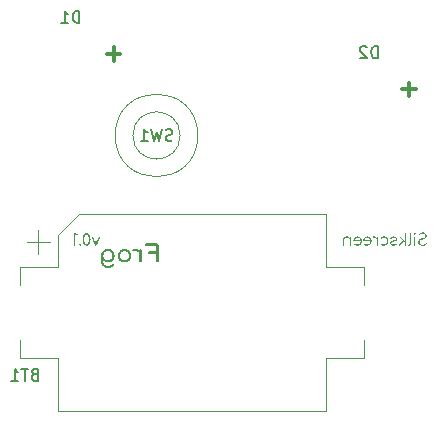
<source format=gbr>
%TF.GenerationSoftware,KiCad,Pcbnew,8.0.8*%
%TF.CreationDate,2025-02-14T08:27:58+01:00*%
%TF.ProjectId,Frog,46726f67-2e6b-4696-9361-645f70636258,rev?*%
%TF.SameCoordinates,Original*%
%TF.FileFunction,Legend,Bot*%
%TF.FilePolarity,Positive*%
%FSLAX46Y46*%
G04 Gerber Fmt 4.6, Leading zero omitted, Abs format (unit mm)*
G04 Created by KiCad (PCBNEW 8.0.8) date 2025-02-14 08:27:58*
%MOMM*%
%LPD*%
G01*
G04 APERTURE LIST*
%ADD10C,0.100000*%
%ADD11C,0.250000*%
%ADD12C,0.300000*%
%ADD13C,0.150000*%
%ADD14C,0.120000*%
G04 APERTURE END LIST*
D10*
G36*
X134523970Y-86345631D02*
G01*
X134573348Y-86343583D01*
X134625765Y-86336504D01*
X134675605Y-86324368D01*
X134690055Y-86319741D01*
X134735703Y-86301285D01*
X134781342Y-86276079D01*
X134822191Y-86245736D01*
X134857527Y-86211063D01*
X134888965Y-86169224D01*
X134907676Y-86135094D01*
X134908408Y-86093817D01*
X134872505Y-86067683D01*
X134834159Y-86072079D01*
X134805338Y-86101388D01*
X134777506Y-86142123D01*
X134743789Y-86174173D01*
X134702397Y-86201178D01*
X134654244Y-86221743D01*
X134647313Y-86223998D01*
X134596055Y-86235852D01*
X134544691Y-86240916D01*
X134523970Y-86241339D01*
X134474915Y-86238396D01*
X134425942Y-86228469D01*
X134392323Y-86216427D01*
X134346823Y-86190327D01*
X134310765Y-86155625D01*
X134302198Y-86144131D01*
X134279658Y-86098483D01*
X134270030Y-86048980D01*
X134269225Y-86028115D01*
X134275379Y-85976414D01*
X134293840Y-85929388D01*
X134324609Y-85887036D01*
X134332240Y-85879127D01*
X134373327Y-85847550D01*
X134419321Y-85825514D01*
X134466878Y-85810892D01*
X134521262Y-85800617D01*
X134529588Y-85799504D01*
X134579055Y-85791707D01*
X134633804Y-85778289D01*
X134683521Y-85760440D01*
X134728206Y-85738160D01*
X134773979Y-85706568D01*
X134785799Y-85696434D01*
X134821772Y-85658291D01*
X134848910Y-85616525D01*
X134867213Y-85571136D01*
X134876680Y-85522124D01*
X134878122Y-85492491D01*
X134873686Y-85440646D01*
X134860377Y-85393191D01*
X134835488Y-85346059D01*
X134832693Y-85342037D01*
X134800937Y-85304905D01*
X134762454Y-85273497D01*
X134717245Y-85247813D01*
X134707397Y-85243363D01*
X134660597Y-85226480D01*
X134610050Y-85215122D01*
X134555754Y-85209289D01*
X134523970Y-85208436D01*
X134472721Y-85211351D01*
X134420566Y-85221180D01*
X134384019Y-85233105D01*
X134339025Y-85253770D01*
X134295398Y-85281041D01*
X134274110Y-85297829D01*
X134236443Y-85334160D01*
X134205508Y-85373483D01*
X134197906Y-85385268D01*
X134188625Y-85428743D01*
X134213293Y-85460983D01*
X134256036Y-85463914D01*
X134288764Y-85437048D01*
X134319123Y-85398179D01*
X134341277Y-85376231D01*
X134380973Y-85347672D01*
X134417725Y-85330802D01*
X134467001Y-85318162D01*
X134517630Y-85314015D01*
X134525436Y-85313949D01*
X134578039Y-85316926D01*
X134630723Y-85327391D01*
X134676528Y-85345391D01*
X134703244Y-85361577D01*
X134738664Y-85395437D01*
X134762475Y-85442490D01*
X134770346Y-85494182D01*
X134770411Y-85499818D01*
X134763311Y-85548995D01*
X134745254Y-85588722D01*
X134711854Y-85626214D01*
X134669105Y-85654410D01*
X134661967Y-85658087D01*
X134612772Y-85677791D01*
X134563222Y-85691010D01*
X134511979Y-85700418D01*
X134505896Y-85701318D01*
X134453383Y-85710734D01*
X134405294Y-85722952D01*
X134353428Y-85741313D01*
X134307933Y-85763710D01*
X134262908Y-85794940D01*
X134246266Y-85810006D01*
X134213242Y-85848745D01*
X134188330Y-85892299D01*
X134171528Y-85940668D01*
X134162838Y-85993853D01*
X134161514Y-86026406D01*
X134164746Y-86077001D01*
X134175646Y-86127720D01*
X134188869Y-86162693D01*
X134214645Y-86207970D01*
X134247919Y-86246959D01*
X134265806Y-86262833D01*
X134308912Y-86292432D01*
X134353711Y-86314174D01*
X134382065Y-86324382D01*
X134433161Y-86337331D01*
X134482233Y-86343950D01*
X134523970Y-86345631D01*
G37*
G36*
X133870865Y-86330000D02*
G01*
X133910676Y-86315101D01*
X133925331Y-86274312D01*
X133925331Y-85604110D01*
X133910676Y-85563565D01*
X133870865Y-85548422D01*
X133832274Y-85563565D01*
X133817620Y-85604110D01*
X133817620Y-86274312D01*
X133832274Y-86315101D01*
X133870865Y-86330000D01*
G37*
G36*
X133872330Y-85407739D02*
G01*
X133919828Y-85390535D01*
X133925575Y-85385268D01*
X133947259Y-85339982D01*
X133947801Y-85330069D01*
X133932645Y-85282355D01*
X133924842Y-85274138D01*
X133878440Y-85253942D01*
X133870865Y-85253621D01*
X133824249Y-85269329D01*
X133818353Y-85274138D01*
X133795716Y-85319366D01*
X133795150Y-85330069D01*
X133811146Y-85377931D01*
X133817620Y-85385268D01*
X133862494Y-85407190D01*
X133872330Y-85407739D01*
G37*
G36*
X133378227Y-86330000D02*
G01*
X133428087Y-86323130D01*
X133472795Y-86302522D01*
X133478367Y-86298736D01*
X133515343Y-86264114D01*
X133542204Y-86222213D01*
X133546999Y-86212030D01*
X133562813Y-86164161D01*
X133570254Y-86114965D01*
X133571423Y-86084047D01*
X133571423Y-85274138D01*
X133556769Y-85235059D01*
X133518178Y-85220160D01*
X133479832Y-85235059D01*
X133464933Y-85274138D01*
X133464933Y-86084535D01*
X133460258Y-86133783D01*
X133442012Y-86181767D01*
X133440509Y-86184187D01*
X133402667Y-86218002D01*
X133378227Y-86222533D01*
X133343056Y-86222533D01*
X133309595Y-86237431D01*
X133296894Y-86276266D01*
X133314480Y-86315101D01*
X133359909Y-86330000D01*
X133378227Y-86330000D01*
G37*
G36*
X133060467Y-86075254D02*
G01*
X133126168Y-86003935D01*
X132647452Y-85564054D01*
X132612526Y-85548422D01*
X132578820Y-85565519D01*
X132564166Y-85601912D01*
X132581751Y-85635617D01*
X133060467Y-86075254D01*
G37*
G36*
X133095394Y-86330000D02*
G01*
X133133984Y-86315101D01*
X133148639Y-86276022D01*
X133148639Y-85274138D01*
X133133984Y-85235059D01*
X133095394Y-85220160D01*
X133057048Y-85235059D01*
X133042149Y-85274138D01*
X133042149Y-86276022D01*
X133057048Y-86315101D01*
X133095394Y-86330000D01*
G37*
G36*
X132577355Y-86324870D02*
G01*
X132615212Y-86338060D01*
X132648918Y-86318032D01*
X132961060Y-85934326D01*
X132885589Y-85867404D01*
X132570516Y-86255017D01*
X132557815Y-86290676D01*
X132577355Y-86324870D01*
G37*
G36*
X132081053Y-86330000D02*
G01*
X132132530Y-86327257D01*
X132183769Y-86319028D01*
X132234769Y-86305313D01*
X132244940Y-86301912D01*
X132292639Y-86281461D01*
X132334375Y-86255525D01*
X132373397Y-86220658D01*
X132376587Y-86217159D01*
X132389288Y-86179302D01*
X132368039Y-86142909D01*
X132327494Y-86131919D01*
X132292568Y-86149993D01*
X132256246Y-86182658D01*
X132210479Y-86207380D01*
X132203663Y-86210076D01*
X132156681Y-86223676D01*
X132105829Y-86230343D01*
X132081053Y-86231081D01*
X132027342Y-86228260D01*
X131978312Y-86218510D01*
X131931332Y-86195422D01*
X131897877Y-86158596D01*
X131883705Y-86109204D01*
X131897147Y-86060449D01*
X131931332Y-86025673D01*
X131975708Y-86003038D01*
X132025912Y-85987377D01*
X132074730Y-85976944D01*
X132088136Y-85974626D01*
X132138514Y-85965023D01*
X132190582Y-85950847D01*
X132241243Y-85930723D01*
X132286960Y-85903085D01*
X132295498Y-85896224D01*
X132330146Y-85859063D01*
X132353436Y-85813447D01*
X132361200Y-85762868D01*
X132355876Y-85712561D01*
X132338093Y-85665659D01*
X132323342Y-85643677D01*
X132288431Y-85608930D01*
X132245216Y-85582084D01*
X132222470Y-85572358D01*
X132173457Y-85557772D01*
X132120941Y-85549918D01*
X132083984Y-85548422D01*
X132033276Y-85550992D01*
X131981737Y-85559874D01*
X131935254Y-85575101D01*
X131922295Y-85580907D01*
X131878674Y-85605895D01*
X131838065Y-85639211D01*
X131812386Y-85668346D01*
X131801151Y-85706203D01*
X131823621Y-85738443D01*
X131861967Y-85744794D01*
X131899092Y-85724277D01*
X131936889Y-85689167D01*
X131980425Y-85664926D01*
X132030068Y-85650638D01*
X132079215Y-85645950D01*
X132086671Y-85645875D01*
X132135957Y-85649598D01*
X132184902Y-85663598D01*
X132210013Y-85677383D01*
X132244635Y-85712920D01*
X132256175Y-85756517D01*
X132243830Y-85805010D01*
X132238834Y-85812693D01*
X132200559Y-85844199D01*
X132178506Y-85854947D01*
X132130922Y-85870657D01*
X132082035Y-85881448D01*
X132058827Y-85885478D01*
X132009078Y-85894911D01*
X131959715Y-85907933D01*
X131913071Y-85925393D01*
X131892986Y-85935303D01*
X131849179Y-85963948D01*
X131814985Y-85998943D01*
X131806036Y-86012484D01*
X131786618Y-86058585D01*
X131780146Y-86108471D01*
X131786515Y-86159392D01*
X131805622Y-86204991D01*
X131818736Y-86224242D01*
X131854770Y-86260980D01*
X131896690Y-86288595D01*
X131924982Y-86301912D01*
X131974058Y-86317903D01*
X132022831Y-86326681D01*
X132075562Y-86329972D01*
X132081053Y-86330000D01*
G37*
G36*
X131252826Y-86330000D02*
G01*
X131306513Y-86326809D01*
X131357178Y-86317238D01*
X131404821Y-86301286D01*
X131449441Y-86278953D01*
X131490169Y-86250987D01*
X131530586Y-86213978D01*
X131561712Y-86176151D01*
X131585240Y-86139246D01*
X131606932Y-86093633D01*
X131622426Y-86045212D01*
X131631723Y-85993982D01*
X131634822Y-85939944D01*
X131631860Y-85885264D01*
X131622976Y-85833576D01*
X131608169Y-85784880D01*
X131587438Y-85739176D01*
X131561442Y-85697304D01*
X131526977Y-85655781D01*
X131486987Y-85620170D01*
X131457257Y-85599713D01*
X131408712Y-85574919D01*
X131362253Y-85559692D01*
X131312679Y-85550877D01*
X131266748Y-85548422D01*
X131214631Y-85551738D01*
X131165139Y-85561684D01*
X131118270Y-85578261D01*
X131109211Y-85582372D01*
X131065872Y-85606858D01*
X131025920Y-85637880D01*
X130989355Y-85675437D01*
X130982449Y-85683733D01*
X130971458Y-85719637D01*
X130995150Y-85752365D01*
X131029588Y-85760181D01*
X131062316Y-85739665D01*
X131099815Y-85703691D01*
X131141357Y-85676553D01*
X131186942Y-85658250D01*
X131236572Y-85648783D01*
X131266748Y-85647341D01*
X131318427Y-85651814D01*
X131365661Y-85665234D01*
X131404745Y-85685198D01*
X131445549Y-85717393D01*
X131478934Y-85757555D01*
X131497069Y-85788757D01*
X131515702Y-85836265D01*
X131526601Y-85888448D01*
X131529797Y-85939944D01*
X131526386Y-85990691D01*
X131514755Y-86042436D01*
X131494870Y-86089909D01*
X131467539Y-86131788D01*
X131433570Y-86167088D01*
X131396929Y-86193468D01*
X131351471Y-86214882D01*
X131301741Y-86227408D01*
X131252826Y-86231081D01*
X131203574Y-86227861D01*
X131155535Y-86217328D01*
X131152686Y-86216427D01*
X131107191Y-86196307D01*
X131072086Y-86170997D01*
X131037159Y-86155610D01*
X131003454Y-86166845D01*
X130984647Y-86201772D01*
X130997836Y-86235233D01*
X131037982Y-86267439D01*
X131081665Y-86292981D01*
X131128886Y-86311861D01*
X131179644Y-86324077D01*
X131233941Y-86329629D01*
X131252826Y-86330000D01*
G37*
G36*
X130715247Y-85845666D02*
G01*
X130709027Y-85794132D01*
X130695555Y-85746080D01*
X130674833Y-85701510D01*
X130669818Y-85693014D01*
X130638328Y-85650075D01*
X130600951Y-85613946D01*
X130561863Y-85587013D01*
X130514429Y-85565042D01*
X130463474Y-85552191D01*
X130414096Y-85548422D01*
X130363499Y-85551929D01*
X130314933Y-85566741D01*
X130286481Y-85607633D01*
X130288066Y-85620230D01*
X130307117Y-85648562D01*
X130339357Y-85654180D01*
X130381856Y-85652714D01*
X130433708Y-85651337D01*
X130485600Y-85657800D01*
X130521318Y-85668101D01*
X130566580Y-85690228D01*
X130606037Y-85722713D01*
X130617794Y-85736489D01*
X130642171Y-85779866D01*
X130652897Y-85830069D01*
X130653454Y-85845666D01*
X130715247Y-85845666D01*
G37*
G36*
X130706699Y-86330000D02*
G01*
X130746022Y-86315833D01*
X130759944Y-86275778D01*
X130759944Y-85602644D01*
X130746022Y-85562833D01*
X130706699Y-85548422D01*
X130667620Y-85562833D01*
X130653454Y-85602644D01*
X130653454Y-86275778D01*
X130667620Y-86315833D01*
X130706699Y-86330000D01*
G37*
G36*
X129827669Y-86330000D02*
G01*
X129882715Y-86326885D01*
X129934525Y-86317543D01*
X129983099Y-86301973D01*
X130028436Y-86280174D01*
X130069805Y-86252849D01*
X130110725Y-86216343D01*
X130142102Y-86178768D01*
X130165701Y-86141933D01*
X130187393Y-86096152D01*
X130202887Y-86047227D01*
X130212183Y-85995158D01*
X130215282Y-85939944D01*
X130213038Y-85890923D01*
X130204978Y-85838106D01*
X130191056Y-85788708D01*
X130171273Y-85742729D01*
X130168387Y-85737222D01*
X130139189Y-85690837D01*
X130104348Y-85650325D01*
X130063866Y-85615686D01*
X130038939Y-85598981D01*
X129990512Y-85574541D01*
X129938106Y-85558100D01*
X129888181Y-85550200D01*
X129848674Y-85548422D01*
X129797138Y-85551414D01*
X129749023Y-85560390D01*
X129698979Y-85577641D01*
X129663049Y-85596294D01*
X129621376Y-85626139D01*
X129585383Y-85661819D01*
X129555070Y-85703333D01*
X129540683Y-85728918D01*
X129519668Y-85778446D01*
X129506761Y-85825585D01*
X129499289Y-85875654D01*
X129497208Y-85921870D01*
X129511130Y-85957285D01*
X129547522Y-85970474D01*
X130142498Y-85970474D01*
X130142498Y-85880104D01*
X129536287Y-85880104D01*
X129596615Y-85923824D01*
X129599417Y-85870877D01*
X129609838Y-85821856D01*
X129625924Y-85780697D01*
X129652680Y-85737134D01*
X129686786Y-85701334D01*
X129713607Y-85681779D01*
X129759162Y-85659900D01*
X129810831Y-85648119D01*
X129848674Y-85645875D01*
X129901135Y-85650349D01*
X129949035Y-85663769D01*
X129988625Y-85683733D01*
X130029875Y-85716145D01*
X130063500Y-85756594D01*
X130081681Y-85788025D01*
X130100454Y-85835949D01*
X130111434Y-85888376D01*
X130114654Y-85939944D01*
X130111029Y-85991440D01*
X130100152Y-86039072D01*
X130079813Y-86087004D01*
X130077529Y-86091130D01*
X130048802Y-86133010D01*
X130013668Y-86168309D01*
X129976168Y-86194689D01*
X129929529Y-86216243D01*
X129878273Y-86228850D01*
X129827669Y-86232547D01*
X129776988Y-86228089D01*
X129729254Y-86215814D01*
X129726064Y-86214717D01*
X129680085Y-86194567D01*
X129644242Y-86169776D01*
X129609316Y-86156831D01*
X129575610Y-86168066D01*
X129556803Y-86204703D01*
X129572679Y-86238408D01*
X129614496Y-86268340D01*
X129660394Y-86292033D01*
X129690404Y-86304110D01*
X129738801Y-86318850D01*
X129790149Y-86327952D01*
X129827669Y-86330000D01*
G37*
G36*
X128996266Y-86330000D02*
G01*
X129051312Y-86326885D01*
X129103122Y-86317543D01*
X129151696Y-86301973D01*
X129197034Y-86280174D01*
X129238402Y-86252849D01*
X129279322Y-86216343D01*
X129310700Y-86178768D01*
X129334298Y-86141933D01*
X129355990Y-86096152D01*
X129371484Y-86047227D01*
X129380781Y-85995158D01*
X129383879Y-85939944D01*
X129381635Y-85890923D01*
X129373575Y-85838106D01*
X129359654Y-85788708D01*
X129339870Y-85742729D01*
X129336985Y-85737222D01*
X129307786Y-85690837D01*
X129272946Y-85650325D01*
X129232464Y-85615686D01*
X129207536Y-85598981D01*
X129159110Y-85574541D01*
X129106703Y-85558100D01*
X129056778Y-85550200D01*
X129017271Y-85548422D01*
X128965736Y-85551414D01*
X128917620Y-85560390D01*
X128867577Y-85577641D01*
X128831646Y-85596294D01*
X128789973Y-85626139D01*
X128753980Y-85661819D01*
X128723667Y-85703333D01*
X128709281Y-85728918D01*
X128688265Y-85778446D01*
X128675358Y-85825585D01*
X128667886Y-85875654D01*
X128665806Y-85921870D01*
X128679727Y-85957285D01*
X128716120Y-85970474D01*
X129311095Y-85970474D01*
X129311095Y-85880104D01*
X128704884Y-85880104D01*
X128765212Y-85923824D01*
X128768014Y-85870877D01*
X128778436Y-85821856D01*
X128794521Y-85780697D01*
X128821278Y-85737134D01*
X128855384Y-85701334D01*
X128882205Y-85681779D01*
X128927760Y-85659900D01*
X128979429Y-85648119D01*
X129017271Y-85645875D01*
X129069732Y-85650349D01*
X129117633Y-85663769D01*
X129157222Y-85683733D01*
X129198472Y-85716145D01*
X129232098Y-85756594D01*
X129250279Y-85788025D01*
X129269051Y-85835949D01*
X129280031Y-85888376D01*
X129283251Y-85939944D01*
X129279626Y-85991440D01*
X129268750Y-86039072D01*
X129248411Y-86087004D01*
X129246127Y-86091130D01*
X129217400Y-86133010D01*
X129182266Y-86168309D01*
X129144766Y-86194689D01*
X129098127Y-86216243D01*
X129046870Y-86228850D01*
X128996266Y-86232547D01*
X128945586Y-86228089D01*
X128897851Y-86215814D01*
X128894661Y-86214717D01*
X128848682Y-86194567D01*
X128812840Y-86169776D01*
X128777913Y-86156831D01*
X128744207Y-86168066D01*
X128725401Y-86204703D01*
X128741277Y-86238408D01*
X128783093Y-86268340D01*
X128828992Y-86292033D01*
X128859002Y-86304110D01*
X128907398Y-86318850D01*
X128958747Y-86327952D01*
X128996266Y-86330000D01*
G37*
G36*
X127828053Y-86330000D02*
G01*
X127867131Y-86314612D01*
X127882519Y-86276266D01*
X127882519Y-85909169D01*
X127885739Y-85857420D01*
X127896719Y-85807549D01*
X127915491Y-85765066D01*
X127946192Y-85723742D01*
X127984712Y-85691851D01*
X128005129Y-85680314D01*
X128053587Y-85661970D01*
X128102611Y-85653337D01*
X128133112Y-85651981D01*
X128182731Y-85655622D01*
X128232300Y-85667783D01*
X128257187Y-85677871D01*
X128301092Y-85704004D01*
X128338379Y-85740200D01*
X128344626Y-85748457D01*
X128367767Y-85793044D01*
X128376740Y-85842996D01*
X128376866Y-85850062D01*
X128453803Y-85850062D01*
X128448021Y-85797684D01*
X128434034Y-85748931D01*
X128411843Y-85703803D01*
X128406420Y-85695212D01*
X128375469Y-85655332D01*
X128338795Y-85621176D01*
X128296396Y-85592745D01*
X128287229Y-85587745D01*
X128239201Y-85567009D01*
X128187929Y-85553952D01*
X128139011Y-85548768D01*
X128122121Y-85548422D01*
X128067866Y-85551726D01*
X128016934Y-85561637D01*
X127969326Y-85578156D01*
X127944312Y-85590188D01*
X127902819Y-85616635D01*
X127862834Y-85653271D01*
X127832353Y-85692770D01*
X127820481Y-85712309D01*
X127798403Y-85760448D01*
X127784843Y-85807942D01*
X127776993Y-85859863D01*
X127774808Y-85908925D01*
X127774808Y-86276266D01*
X127790195Y-86314612D01*
X127828053Y-86330000D01*
G37*
G36*
X128430111Y-86330000D02*
G01*
X128469923Y-86315101D01*
X128484577Y-86275778D01*
X128484577Y-85604110D01*
X128469923Y-85563565D01*
X128430111Y-85548422D01*
X128391521Y-85563565D01*
X128376866Y-85604110D01*
X128376866Y-86275778D01*
X128391521Y-86315101D01*
X128430111Y-86330000D01*
G37*
D11*
G36*
X106865073Y-86330000D02*
G01*
X106911574Y-86312445D01*
X106932240Y-86285059D01*
X107228995Y-85661751D01*
X107231193Y-85614856D01*
X107196936Y-85579986D01*
X107195289Y-85579197D01*
X107147173Y-85575045D01*
X107110048Y-85607041D01*
X106832833Y-86204947D01*
X106900000Y-86204947D01*
X106625715Y-85607041D01*
X106587124Y-85575045D01*
X106537937Y-85577692D01*
X106534612Y-85579197D01*
X106501151Y-85614124D01*
X106503838Y-85661751D01*
X106800593Y-86285059D01*
X106833458Y-86322583D01*
X106865073Y-86330000D01*
G37*
G36*
X106117193Y-85253681D02*
G01*
X106165515Y-85263718D01*
X106215169Y-85284607D01*
X106259839Y-85315659D01*
X106269043Y-85323879D01*
X106303092Y-85361187D01*
X106332714Y-85405578D01*
X106355002Y-85450231D01*
X106373900Y-85500307D01*
X106383060Y-85531238D01*
X106394508Y-85580511D01*
X106403210Y-85633236D01*
X106409163Y-85689413D01*
X106412025Y-85738863D01*
X106412979Y-85790711D01*
X106412827Y-85811738D01*
X106411109Y-85862627D01*
X106406530Y-85920530D01*
X106399202Y-85974981D01*
X106389127Y-86025980D01*
X106373900Y-86081116D01*
X106368847Y-86095978D01*
X106348980Y-86144522D01*
X106325724Y-86187667D01*
X106294995Y-86230364D01*
X106259839Y-86266008D01*
X106230613Y-86287755D01*
X106182620Y-86311939D01*
X106129642Y-86326000D01*
X106078367Y-86330000D01*
X106039624Y-86327698D01*
X105991386Y-86317471D01*
X105941789Y-86296184D01*
X105897138Y-86264542D01*
X105887906Y-86256145D01*
X105853780Y-86218241D01*
X105824143Y-86173438D01*
X105801892Y-86128575D01*
X105783077Y-86078429D01*
X105773861Y-86047487D01*
X105762340Y-85998383D01*
X105753585Y-85946050D01*
X105747594Y-85890488D01*
X105744714Y-85841721D01*
X105743754Y-85790711D01*
X105888101Y-85790711D01*
X105889107Y-85838957D01*
X105892717Y-85891347D01*
X105898953Y-85940806D01*
X105909106Y-85992944D01*
X105922583Y-86040233D01*
X105943567Y-86089897D01*
X105972121Y-86133872D01*
X105985792Y-86148719D01*
X106029843Y-86176902D01*
X106078367Y-86185408D01*
X106097564Y-86184167D01*
X106146050Y-86167498D01*
X106184124Y-86134605D01*
X106186774Y-86131377D01*
X106215264Y-86086801D01*
X106234336Y-86041416D01*
X106247871Y-85994166D01*
X106257061Y-85947927D01*
X106263625Y-85898606D01*
X106267563Y-85846200D01*
X106268876Y-85790711D01*
X106267871Y-85741895D01*
X106264261Y-85689024D01*
X106258025Y-85639267D01*
X106247871Y-85587013D01*
X106234394Y-85539724D01*
X106213410Y-85490060D01*
X106184856Y-85446085D01*
X106171180Y-85431238D01*
X106127048Y-85403055D01*
X106078367Y-85394549D01*
X106058835Y-85395825D01*
X106009922Y-85412976D01*
X105972121Y-85446817D01*
X105966952Y-85453496D01*
X105941455Y-85495412D01*
X105922583Y-85541131D01*
X105909106Y-85588478D01*
X105899917Y-85634640D01*
X105893353Y-85683733D01*
X105889414Y-85735757D01*
X105888101Y-85790711D01*
X105743754Y-85790711D01*
X105743907Y-85770039D01*
X105745636Y-85719937D01*
X105750244Y-85662790D01*
X105757617Y-85608889D01*
X105767755Y-85558233D01*
X105783077Y-85503237D01*
X105788102Y-85488342D01*
X105807899Y-85439617D01*
X105831132Y-85396198D01*
X105861891Y-85353074D01*
X105897138Y-85316880D01*
X105926356Y-85294635D01*
X105974304Y-85269897D01*
X106027198Y-85255514D01*
X106078367Y-85251423D01*
X106117193Y-85253681D01*
G37*
G36*
X105563258Y-86345631D02*
G01*
X105612143Y-86332124D01*
X105631158Y-86317055D01*
X105656358Y-86275130D01*
X105659734Y-86249644D01*
X105647427Y-86201799D01*
X105631158Y-86180767D01*
X105588913Y-86155567D01*
X105563258Y-86152191D01*
X105515409Y-86164498D01*
X105494626Y-86180767D01*
X105469857Y-86223323D01*
X105466538Y-86249644D01*
X105479814Y-86298193D01*
X105494626Y-86317055D01*
X105536856Y-86342254D01*
X105563258Y-86345631D01*
G37*
G36*
X105059385Y-86330000D02*
G01*
X105105582Y-86311753D01*
X105108234Y-86309239D01*
X105129054Y-86264991D01*
X105129239Y-86259658D01*
X105129239Y-85417264D01*
X105231577Y-85459762D01*
X105276273Y-85469288D01*
X105323426Y-85453441D01*
X105327320Y-85449993D01*
X105347513Y-85404154D01*
X105347592Y-85400411D01*
X105336601Y-85360355D01*
X105301430Y-85334221D01*
X105083077Y-85257041D01*
X105069155Y-85252889D01*
X105056454Y-85251423D01*
X105009052Y-85267872D01*
X105005408Y-85271451D01*
X104986766Y-85317380D01*
X104986601Y-85323230D01*
X104986601Y-86259658D01*
X105005062Y-86306612D01*
X105007606Y-86309239D01*
X105053660Y-86329817D01*
X105059385Y-86330000D01*
G37*
D12*
X108945489Y-70106900D02*
X107802632Y-70106900D01*
X108374060Y-70678328D02*
X108374060Y-69535471D01*
X133945489Y-73106900D02*
X132802632Y-73106900D01*
X133374060Y-73678328D02*
X133374060Y-72535471D01*
G36*
X112063154Y-87745000D02*
G01*
X112132717Y-87721157D01*
X112140823Y-87713859D01*
X112172053Y-87645681D01*
X112172330Y-87637288D01*
X112172330Y-86234846D01*
X112148207Y-86164962D01*
X112140823Y-86157177D01*
X112071680Y-86127399D01*
X112063154Y-86127135D01*
X111113904Y-86127135D01*
X111043860Y-86148733D01*
X111036235Y-86155345D01*
X111007040Y-86223695D01*
X111006926Y-86229351D01*
X111034431Y-86298714D01*
X111036235Y-86300425D01*
X111105004Y-86327298D01*
X111113904Y-86327536D01*
X111953977Y-86327536D01*
X111953977Y-86817732D01*
X111351308Y-86817732D01*
X111281264Y-86839330D01*
X111273639Y-86845942D01*
X111243992Y-86915039D01*
X111243963Y-86917749D01*
X111270045Y-86986335D01*
X111273639Y-86989923D01*
X111342408Y-87017885D01*
X111351308Y-87018133D01*
X111953977Y-87018133D01*
X111953977Y-87635823D01*
X111978100Y-87705386D01*
X111985484Y-87713492D01*
X112054627Y-87744723D01*
X112063154Y-87745000D01*
G37*
G36*
X110646423Y-87023628D02*
G01*
X110640377Y-86950112D01*
X110619758Y-86875030D01*
X110584508Y-86806008D01*
X110536876Y-86744440D01*
X110479113Y-86692223D01*
X110417812Y-86652868D01*
X110350056Y-86622922D01*
X110278221Y-86604067D01*
X110202308Y-86596303D01*
X110186636Y-86596081D01*
X110107567Y-86600843D01*
X110033656Y-86618750D01*
X109998691Y-86636381D01*
X109951207Y-86692309D01*
X109951430Y-86731636D01*
X109975610Y-86775966D01*
X110016643Y-86795383D01*
X110066835Y-86799413D01*
X110140322Y-86788076D01*
X110216943Y-86784655D01*
X110295111Y-86792050D01*
X110308635Y-86794651D01*
X110382532Y-86816512D01*
X110448285Y-86851707D01*
X110477529Y-86875617D01*
X110521971Y-86937151D01*
X110539203Y-87012531D01*
X110539445Y-87023628D01*
X110646423Y-87023628D01*
G37*
G36*
X110644591Y-87745000D02*
G01*
X110716909Y-87723636D01*
X110722260Y-87718988D01*
X110749133Y-87649513D01*
X110749371Y-87639853D01*
X110749371Y-86701228D01*
X110728615Y-86630703D01*
X110722260Y-86623558D01*
X110653803Y-86596323D01*
X110644591Y-86596081D01*
X110572744Y-86616277D01*
X110565823Y-86622459D01*
X110539677Y-86691571D01*
X110539445Y-86701228D01*
X110539445Y-87639853D01*
X110559641Y-87710659D01*
X110565823Y-87717889D01*
X110634934Y-87744761D01*
X110644591Y-87745000D01*
G37*
G36*
X109375276Y-86600684D02*
G01*
X109452625Y-86614491D01*
X109525119Y-86637503D01*
X109592759Y-86669720D01*
X109639587Y-86699168D01*
X109702535Y-86750730D01*
X109756730Y-86811160D01*
X109797557Y-86872320D01*
X109830095Y-86939525D01*
X109853336Y-87011813D01*
X109867281Y-87089185D01*
X109871929Y-87171639D01*
X109867281Y-87253133D01*
X109853336Y-87329817D01*
X109830095Y-87401693D01*
X109797557Y-87468761D01*
X109767585Y-87515301D01*
X109715334Y-87577769D01*
X109654332Y-87631427D01*
X109592759Y-87671727D01*
X109525074Y-87703784D01*
X109452442Y-87726681D01*
X109374864Y-87740420D01*
X109292341Y-87745000D01*
X109209680Y-87740420D01*
X109132056Y-87726681D01*
X109059470Y-87703784D01*
X108991922Y-87671727D01*
X108945133Y-87642154D01*
X108882388Y-87590454D01*
X108828569Y-87529944D01*
X108788224Y-87468761D01*
X108756006Y-87401693D01*
X108732994Y-87329817D01*
X108719187Y-87253133D01*
X108714584Y-87171639D01*
X108920481Y-87171639D01*
X108923458Y-87226754D01*
X108939085Y-87303158D01*
X108968108Y-87372041D01*
X108987119Y-87403163D01*
X109037147Y-87461669D01*
X109099267Y-87507962D01*
X109142795Y-87529600D01*
X109214013Y-87550466D01*
X109292341Y-87557421D01*
X109338896Y-87555054D01*
X109413076Y-87539985D01*
X109485415Y-87507962D01*
X109515627Y-87488114D01*
X109572515Y-87436184D01*
X109617672Y-87372041D01*
X109641049Y-87321084D01*
X109660318Y-87246561D01*
X109666032Y-87171639D01*
X109663010Y-87116639D01*
X109647142Y-87040149D01*
X109617672Y-86970872D01*
X109598288Y-86939251D01*
X109547716Y-86880020D01*
X109485415Y-86833485D01*
X109441886Y-86811847D01*
X109370668Y-86790981D01*
X109292341Y-86784026D01*
X109245786Y-86786393D01*
X109171605Y-86801462D01*
X109099267Y-86833485D01*
X109069093Y-86853385D01*
X109012554Y-86905780D01*
X108968108Y-86970872D01*
X108945085Y-87022153D01*
X108926109Y-87096840D01*
X108920481Y-87171639D01*
X108714584Y-87171639D01*
X108719278Y-87089185D01*
X108733360Y-87011813D01*
X108756831Y-86939525D01*
X108789689Y-86872320D01*
X108819661Y-86825793D01*
X108871912Y-86763393D01*
X108932914Y-86709860D01*
X108994487Y-86669720D01*
X109061783Y-86637503D01*
X109133980Y-86614491D01*
X109211077Y-86600684D01*
X109293073Y-86596081D01*
X109375276Y-86600684D01*
G37*
G36*
X107957767Y-86600684D02*
G01*
X108035345Y-86614491D01*
X108107977Y-86637503D01*
X108175662Y-86669720D01*
X108222490Y-86699168D01*
X108285438Y-86750730D01*
X108339633Y-86811160D01*
X108380460Y-86872320D01*
X108412998Y-86939525D01*
X108436239Y-87011813D01*
X108450184Y-87089185D01*
X108454832Y-87171639D01*
X108450504Y-87253133D01*
X108437521Y-87329817D01*
X108415883Y-87401693D01*
X108385589Y-87468761D01*
X108362593Y-87507816D01*
X108314934Y-87571263D01*
X108259218Y-87625900D01*
X108195446Y-87671727D01*
X108148821Y-87696628D01*
X108074052Y-87724320D01*
X107993488Y-87740420D01*
X107917009Y-87745000D01*
X107872600Y-87743211D01*
X107796766Y-87730975D01*
X107726206Y-87707147D01*
X107660921Y-87671727D01*
X107627270Y-87647469D01*
X107572514Y-87596954D01*
X107525235Y-87537629D01*
X107503384Y-87500224D01*
X107503384Y-87607247D01*
X107503433Y-87615678D01*
X107509358Y-87695505D01*
X107525158Y-87767175D01*
X107553942Y-87836591D01*
X107577567Y-87875432D01*
X107625815Y-87931821D01*
X107689131Y-87978374D01*
X107727088Y-87997074D01*
X107801673Y-88019618D01*
X107875244Y-88026367D01*
X107921904Y-88024456D01*
X107996754Y-88012289D01*
X108070516Y-87986434D01*
X108096696Y-87973194D01*
X108157984Y-87931655D01*
X108213032Y-87875425D01*
X108216253Y-87871311D01*
X108279344Y-87833293D01*
X108287008Y-87832010D01*
X108358112Y-87850146D01*
X108399145Y-87910963D01*
X108399569Y-87913319D01*
X108378995Y-87984602D01*
X108349855Y-88018426D01*
X108292491Y-88072638D01*
X108228809Y-88118272D01*
X108158810Y-88155327D01*
X108109243Y-88175249D01*
X108032430Y-88197402D01*
X107952661Y-88210282D01*
X107879274Y-88213946D01*
X107795743Y-88209000D01*
X107717341Y-88194162D01*
X107644068Y-88169433D01*
X107575924Y-88134811D01*
X107513940Y-88091809D01*
X107459146Y-88041938D01*
X107411541Y-87985197D01*
X107371127Y-87921587D01*
X107338909Y-87852642D01*
X107315897Y-87779896D01*
X107302090Y-87703348D01*
X107297487Y-87623000D01*
X107297487Y-87173471D01*
X107297591Y-87171639D01*
X107503384Y-87171639D01*
X107506338Y-87226754D01*
X107521845Y-87303158D01*
X107550645Y-87372041D01*
X107569669Y-87403163D01*
X107619812Y-87461669D01*
X107682170Y-87507962D01*
X107725698Y-87529600D01*
X107796916Y-87550466D01*
X107875244Y-87557421D01*
X107921799Y-87555054D01*
X107995979Y-87539985D01*
X108068318Y-87507962D01*
X108098530Y-87488114D01*
X108155418Y-87436184D01*
X108200575Y-87372041D01*
X108223952Y-87321084D01*
X108243221Y-87246561D01*
X108248935Y-87171639D01*
X108245913Y-87116639D01*
X108230045Y-87040149D01*
X108200575Y-86970872D01*
X108181191Y-86939251D01*
X108130619Y-86880020D01*
X108068318Y-86833485D01*
X108024789Y-86811847D01*
X107953571Y-86790981D01*
X107875244Y-86784026D01*
X107828689Y-86786393D01*
X107754508Y-86801462D01*
X107682170Y-86833485D01*
X107651872Y-86853385D01*
X107595151Y-86905780D01*
X107550645Y-86970872D01*
X107527799Y-87022153D01*
X107508969Y-87096840D01*
X107503384Y-87171639D01*
X107297591Y-87171639D01*
X107302158Y-87090833D01*
X107316172Y-87013278D01*
X107339528Y-86940807D01*
X107372226Y-86873419D01*
X107402086Y-86826755D01*
X107454266Y-86764148D01*
X107515314Y-86710410D01*
X107577023Y-86670087D01*
X107644434Y-86637709D01*
X107716608Y-86614583D01*
X107793545Y-86600706D01*
X107875244Y-86596081D01*
X107957767Y-86600684D01*
G37*
D13*
X130738094Y-70454819D02*
X130738094Y-69454819D01*
X130738094Y-69454819D02*
X130499999Y-69454819D01*
X130499999Y-69454819D02*
X130357142Y-69502438D01*
X130357142Y-69502438D02*
X130261904Y-69597676D01*
X130261904Y-69597676D02*
X130214285Y-69692914D01*
X130214285Y-69692914D02*
X130166666Y-69883390D01*
X130166666Y-69883390D02*
X130166666Y-70026247D01*
X130166666Y-70026247D02*
X130214285Y-70216723D01*
X130214285Y-70216723D02*
X130261904Y-70311961D01*
X130261904Y-70311961D02*
X130357142Y-70407200D01*
X130357142Y-70407200D02*
X130499999Y-70454819D01*
X130499999Y-70454819D02*
X130738094Y-70454819D01*
X129785713Y-69550057D02*
X129738094Y-69502438D01*
X129738094Y-69502438D02*
X129642856Y-69454819D01*
X129642856Y-69454819D02*
X129404761Y-69454819D01*
X129404761Y-69454819D02*
X129309523Y-69502438D01*
X129309523Y-69502438D02*
X129261904Y-69550057D01*
X129261904Y-69550057D02*
X129214285Y-69645295D01*
X129214285Y-69645295D02*
X129214285Y-69740533D01*
X129214285Y-69740533D02*
X129261904Y-69883390D01*
X129261904Y-69883390D02*
X129833332Y-70454819D01*
X129833332Y-70454819D02*
X129214285Y-70454819D01*
X105468094Y-67454819D02*
X105468094Y-66454819D01*
X105468094Y-66454819D02*
X105229999Y-66454819D01*
X105229999Y-66454819D02*
X105087142Y-66502438D01*
X105087142Y-66502438D02*
X104991904Y-66597676D01*
X104991904Y-66597676D02*
X104944285Y-66692914D01*
X104944285Y-66692914D02*
X104896666Y-66883390D01*
X104896666Y-66883390D02*
X104896666Y-67026247D01*
X104896666Y-67026247D02*
X104944285Y-67216723D01*
X104944285Y-67216723D02*
X104991904Y-67311961D01*
X104991904Y-67311961D02*
X105087142Y-67407200D01*
X105087142Y-67407200D02*
X105229999Y-67454819D01*
X105229999Y-67454819D02*
X105468094Y-67454819D01*
X103944285Y-67454819D02*
X104515713Y-67454819D01*
X104229999Y-67454819D02*
X104229999Y-66454819D01*
X104229999Y-66454819D02*
X104325237Y-66597676D01*
X104325237Y-66597676D02*
X104420475Y-66692914D01*
X104420475Y-66692914D02*
X104515713Y-66740533D01*
X101660714Y-97231009D02*
X101517857Y-97278628D01*
X101517857Y-97278628D02*
X101470238Y-97326247D01*
X101470238Y-97326247D02*
X101422619Y-97421485D01*
X101422619Y-97421485D02*
X101422619Y-97564342D01*
X101422619Y-97564342D02*
X101470238Y-97659580D01*
X101470238Y-97659580D02*
X101517857Y-97707200D01*
X101517857Y-97707200D02*
X101613095Y-97754819D01*
X101613095Y-97754819D02*
X101994047Y-97754819D01*
X101994047Y-97754819D02*
X101994047Y-96754819D01*
X101994047Y-96754819D02*
X101660714Y-96754819D01*
X101660714Y-96754819D02*
X101565476Y-96802438D01*
X101565476Y-96802438D02*
X101517857Y-96850057D01*
X101517857Y-96850057D02*
X101470238Y-96945295D01*
X101470238Y-96945295D02*
X101470238Y-97040533D01*
X101470238Y-97040533D02*
X101517857Y-97135771D01*
X101517857Y-97135771D02*
X101565476Y-97183390D01*
X101565476Y-97183390D02*
X101660714Y-97231009D01*
X101660714Y-97231009D02*
X101994047Y-97231009D01*
X101136904Y-96754819D02*
X100565476Y-96754819D01*
X100851190Y-97754819D02*
X100851190Y-96754819D01*
X99708333Y-97754819D02*
X100279761Y-97754819D01*
X99994047Y-97754819D02*
X99994047Y-96754819D01*
X99994047Y-96754819D02*
X100089285Y-96897676D01*
X100089285Y-96897676D02*
X100184523Y-96992914D01*
X100184523Y-96992914D02*
X100279761Y-97040533D01*
X113333332Y-77407200D02*
X113190475Y-77454819D01*
X113190475Y-77454819D02*
X112952380Y-77454819D01*
X112952380Y-77454819D02*
X112857142Y-77407200D01*
X112857142Y-77407200D02*
X112809523Y-77359580D01*
X112809523Y-77359580D02*
X112761904Y-77264342D01*
X112761904Y-77264342D02*
X112761904Y-77169104D01*
X112761904Y-77169104D02*
X112809523Y-77073866D01*
X112809523Y-77073866D02*
X112857142Y-77026247D01*
X112857142Y-77026247D02*
X112952380Y-76978628D01*
X112952380Y-76978628D02*
X113142856Y-76931009D01*
X113142856Y-76931009D02*
X113238094Y-76883390D01*
X113238094Y-76883390D02*
X113285713Y-76835771D01*
X113285713Y-76835771D02*
X113333332Y-76740533D01*
X113333332Y-76740533D02*
X113333332Y-76645295D01*
X113333332Y-76645295D02*
X113285713Y-76550057D01*
X113285713Y-76550057D02*
X113238094Y-76502438D01*
X113238094Y-76502438D02*
X113142856Y-76454819D01*
X113142856Y-76454819D02*
X112904761Y-76454819D01*
X112904761Y-76454819D02*
X112761904Y-76502438D01*
X112428570Y-76454819D02*
X112190475Y-77454819D01*
X112190475Y-77454819D02*
X111999999Y-76740533D01*
X111999999Y-76740533D02*
X111809523Y-77454819D01*
X111809523Y-77454819D02*
X111571428Y-76454819D01*
X110666666Y-77454819D02*
X111238094Y-77454819D01*
X110952380Y-77454819D02*
X110952380Y-76454819D01*
X110952380Y-76454819D02*
X111047618Y-76597676D01*
X111047618Y-76597676D02*
X111142856Y-76692914D01*
X111142856Y-76692914D02*
X111238094Y-76740533D01*
D14*
%TO.C,BT1*%
X100450000Y-88150000D02*
X103650000Y-88150000D01*
X100450000Y-89700000D02*
X100450000Y-88150000D01*
X100450000Y-94300000D02*
X100450000Y-95850000D01*
X100450000Y-95850000D02*
X103650000Y-95850000D01*
X101000000Y-86000000D02*
X103000000Y-86000000D01*
X102000000Y-85000000D02*
X102000000Y-87000000D01*
X103650000Y-85450000D02*
X105450000Y-83650000D01*
X103650000Y-88150000D02*
X103650000Y-85450000D01*
X103650000Y-95850000D02*
X103650000Y-100350000D01*
X105450000Y-83650000D02*
X126350000Y-83650000D01*
X126350000Y-88150000D02*
X126350000Y-83650000D01*
X126350000Y-95850000D02*
X126350000Y-100350000D01*
X126350000Y-100350000D02*
X103650000Y-100350000D01*
X129550000Y-88150000D02*
X126350000Y-88150000D01*
X129550000Y-89700000D02*
X129550000Y-88150000D01*
X129550000Y-94300000D02*
X129550000Y-95850000D01*
X129550000Y-95850000D02*
X126350000Y-95850000D01*
%TO.C,SW1*%
X115500000Y-77000000D02*
G75*
G02*
X108500000Y-77000000I-3500000J0D01*
G01*
X108500000Y-77000000D02*
G75*
G02*
X115500000Y-77000000I3500000J0D01*
G01*
X114000000Y-77000000D02*
G75*
G02*
X110000000Y-77000000I-2000000J0D01*
G01*
X110000000Y-77000000D02*
G75*
G02*
X114000000Y-77000000I2000000J0D01*
G01*
%TD*%
M02*

</source>
